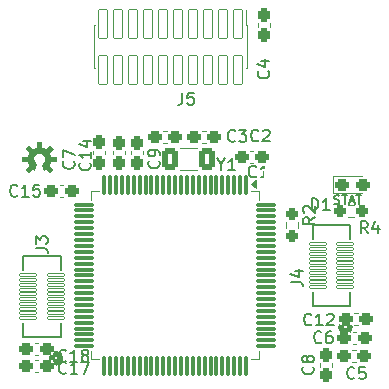
<source format=gbr>
%TF.GenerationSoftware,KiCad,Pcbnew,9.0.2*%
%TF.CreationDate,2025-07-04T12:48:37+02:00*%
%TF.ProjectId,MicroMod_Processor_Board,4d696372-6f4d-46f6-945f-50726f636573,rev?*%
%TF.SameCoordinates,Original*%
%TF.FileFunction,Legend,Top*%
%TF.FilePolarity,Positive*%
%FSLAX46Y46*%
G04 Gerber Fmt 4.6, Leading zero omitted, Abs format (unit mm)*
G04 Created by KiCad (PCBNEW 9.0.2) date 2025-07-04 12:48:37*
%MOMM*%
%LPD*%
G01*
G04 APERTURE LIST*
G04 Aperture macros list*
%AMRoundRect*
0 Rectangle with rounded corners*
0 $1 Rounding radius*
0 $2 $3 $4 $5 $6 $7 $8 $9 X,Y pos of 4 corners*
0 Add a 4 corners polygon primitive as box body*
4,1,4,$2,$3,$4,$5,$6,$7,$8,$9,$2,$3,0*
0 Add four circle primitives for the rounded corners*
1,1,$1+$1,$2,$3*
1,1,$1+$1,$4,$5*
1,1,$1+$1,$6,$7*
1,1,$1+$1,$8,$9*
0 Add four rect primitives between the rounded corners*
20,1,$1+$1,$2,$3,$4,$5,0*
20,1,$1+$1,$4,$5,$6,$7,0*
20,1,$1+$1,$6,$7,$8,$9,0*
20,1,$1+$1,$8,$9,$2,$3,0*%
G04 Aperture macros list end*
%ADD10C,0.150000*%
%ADD11C,0.000000*%
%ADD12C,0.120000*%
%ADD13C,0.152400*%
%ADD14C,0.508000*%
%ADD15RoundRect,0.262500X0.262500X-0.275000X0.262500X0.275000X-0.262500X0.275000X-0.262500X-0.275000X0*%
%ADD16RoundRect,0.262500X-0.262500X0.325000X-0.262500X-0.325000X0.262500X-0.325000X0.262500X0.325000X0*%
%ADD17RoundRect,0.262500X0.325000X0.262500X-0.325000X0.262500X-0.325000X-0.262500X0.325000X-0.262500X0*%
%ADD18RoundRect,0.262500X-0.312500X-0.262500X0.312500X-0.262500X0.312500X0.262500X-0.312500X0.262500X0*%
%ADD19RoundRect,0.262500X0.275000X0.262500X-0.275000X0.262500X-0.275000X-0.262500X0.275000X-0.262500X0*%
%ADD20RoundRect,0.262500X0.262500X-0.325000X0.262500X0.325000X-0.262500X0.325000X-0.262500X-0.325000X0*%
%ADD21RoundRect,0.262500X-0.325000X-0.262500X0.325000X-0.262500X0.325000X0.262500X-0.325000X0.262500X0*%
%ADD22RoundRect,0.269231X-0.430769X-0.655769X0.430769X-0.655769X0.430769X0.655769X-0.430769X0.655769X0*%
%ADD23RoundRect,0.100000X-0.100000X0.750000X-0.100000X-0.750000X0.100000X-0.750000X0.100000X0.750000X0*%
%ADD24RoundRect,0.100000X-0.750000X0.100000X-0.750000X-0.100000X0.750000X-0.100000X0.750000X0.100000X0*%
%ADD25RoundRect,0.101600X0.175000X0.725000X-0.175000X0.725000X-0.175000X-0.725000X0.175000X-0.725000X0*%
%ADD26C,0.657200*%
%ADD27RoundRect,0.050000X0.711200X-0.101600X0.711200X0.101600X-0.711200X0.101600X-0.711200X-0.101600X0*%
%ADD28RoundRect,0.050000X-0.370000X1.200000X-0.370000X-1.200000X0.370000X-1.200000X0.370000X1.200000X0*%
G04 APERTURE END LIST*
D10*
X155766541Y-95314700D02*
X155873684Y-95350414D01*
X155873684Y-95350414D02*
X156052255Y-95350414D01*
X156052255Y-95350414D02*
X156123684Y-95314700D01*
X156123684Y-95314700D02*
X156159398Y-95278985D01*
X156159398Y-95278985D02*
X156195112Y-95207557D01*
X156195112Y-95207557D02*
X156195112Y-95136128D01*
X156195112Y-95136128D02*
X156159398Y-95064700D01*
X156159398Y-95064700D02*
X156123684Y-95028985D01*
X156123684Y-95028985D02*
X156052255Y-94993271D01*
X156052255Y-94993271D02*
X155909398Y-94957557D01*
X155909398Y-94957557D02*
X155837969Y-94921842D01*
X155837969Y-94921842D02*
X155802255Y-94886128D01*
X155802255Y-94886128D02*
X155766541Y-94814700D01*
X155766541Y-94814700D02*
X155766541Y-94743271D01*
X155766541Y-94743271D02*
X155802255Y-94671842D01*
X155802255Y-94671842D02*
X155837969Y-94636128D01*
X155837969Y-94636128D02*
X155909398Y-94600414D01*
X155909398Y-94600414D02*
X156087969Y-94600414D01*
X156087969Y-94600414D02*
X156195112Y-94636128D01*
X156409398Y-94600414D02*
X156837970Y-94600414D01*
X156623684Y-95350414D02*
X156623684Y-94600414D01*
X157052256Y-95136128D02*
X157409399Y-95136128D01*
X156980827Y-95350414D02*
X157230827Y-94600414D01*
X157230827Y-94600414D02*
X157480827Y-95350414D01*
X157623684Y-94600414D02*
X158052256Y-94600414D01*
X157837970Y-95350414D02*
X157837970Y-94600414D01*
X154129819Y-96466666D02*
X153653628Y-96799999D01*
X154129819Y-97038094D02*
X153129819Y-97038094D01*
X153129819Y-97038094D02*
X153129819Y-96657142D01*
X153129819Y-96657142D02*
X153177438Y-96561904D01*
X153177438Y-96561904D02*
X153225057Y-96514285D01*
X153225057Y-96514285D02*
X153320295Y-96466666D01*
X153320295Y-96466666D02*
X153463152Y-96466666D01*
X153463152Y-96466666D02*
X153558390Y-96514285D01*
X153558390Y-96514285D02*
X153606009Y-96561904D01*
X153606009Y-96561904D02*
X153653628Y-96657142D01*
X153653628Y-96657142D02*
X153653628Y-97038094D01*
X153225057Y-96085713D02*
X153177438Y-96038094D01*
X153177438Y-96038094D02*
X153129819Y-95942856D01*
X153129819Y-95942856D02*
X153129819Y-95704761D01*
X153129819Y-95704761D02*
X153177438Y-95609523D01*
X153177438Y-95609523D02*
X153225057Y-95561904D01*
X153225057Y-95561904D02*
X153320295Y-95514285D01*
X153320295Y-95514285D02*
X153415533Y-95514285D01*
X153415533Y-95514285D02*
X153558390Y-95561904D01*
X153558390Y-95561904D02*
X154129819Y-96133332D01*
X154129819Y-96133332D02*
X154129819Y-95514285D01*
X150159580Y-84091666D02*
X150207200Y-84139285D01*
X150207200Y-84139285D02*
X150254819Y-84282142D01*
X150254819Y-84282142D02*
X150254819Y-84377380D01*
X150254819Y-84377380D02*
X150207200Y-84520237D01*
X150207200Y-84520237D02*
X150111961Y-84615475D01*
X150111961Y-84615475D02*
X150016723Y-84663094D01*
X150016723Y-84663094D02*
X149826247Y-84710713D01*
X149826247Y-84710713D02*
X149683390Y-84710713D01*
X149683390Y-84710713D02*
X149492914Y-84663094D01*
X149492914Y-84663094D02*
X149397676Y-84615475D01*
X149397676Y-84615475D02*
X149302438Y-84520237D01*
X149302438Y-84520237D02*
X149254819Y-84377380D01*
X149254819Y-84377380D02*
X149254819Y-84282142D01*
X149254819Y-84282142D02*
X149302438Y-84139285D01*
X149302438Y-84139285D02*
X149350057Y-84091666D01*
X149588152Y-83234523D02*
X150254819Y-83234523D01*
X149207200Y-83472618D02*
X149921485Y-83710713D01*
X149921485Y-83710713D02*
X149921485Y-83091666D01*
X133032142Y-108609580D02*
X132984523Y-108657200D01*
X132984523Y-108657200D02*
X132841666Y-108704819D01*
X132841666Y-108704819D02*
X132746428Y-108704819D01*
X132746428Y-108704819D02*
X132603571Y-108657200D01*
X132603571Y-108657200D02*
X132508333Y-108561961D01*
X132508333Y-108561961D02*
X132460714Y-108466723D01*
X132460714Y-108466723D02*
X132413095Y-108276247D01*
X132413095Y-108276247D02*
X132413095Y-108133390D01*
X132413095Y-108133390D02*
X132460714Y-107942914D01*
X132460714Y-107942914D02*
X132508333Y-107847676D01*
X132508333Y-107847676D02*
X132603571Y-107752438D01*
X132603571Y-107752438D02*
X132746428Y-107704819D01*
X132746428Y-107704819D02*
X132841666Y-107704819D01*
X132841666Y-107704819D02*
X132984523Y-107752438D01*
X132984523Y-107752438D02*
X133032142Y-107800057D01*
X133984523Y-108704819D02*
X133413095Y-108704819D01*
X133698809Y-108704819D02*
X133698809Y-107704819D01*
X133698809Y-107704819D02*
X133603571Y-107847676D01*
X133603571Y-107847676D02*
X133508333Y-107942914D01*
X133508333Y-107942914D02*
X133413095Y-107990533D01*
X134555952Y-108133390D02*
X134460714Y-108085771D01*
X134460714Y-108085771D02*
X134413095Y-108038152D01*
X134413095Y-108038152D02*
X134365476Y-107942914D01*
X134365476Y-107942914D02*
X134365476Y-107895295D01*
X134365476Y-107895295D02*
X134413095Y-107800057D01*
X134413095Y-107800057D02*
X134460714Y-107752438D01*
X134460714Y-107752438D02*
X134555952Y-107704819D01*
X134555952Y-107704819D02*
X134746428Y-107704819D01*
X134746428Y-107704819D02*
X134841666Y-107752438D01*
X134841666Y-107752438D02*
X134889285Y-107800057D01*
X134889285Y-107800057D02*
X134936904Y-107895295D01*
X134936904Y-107895295D02*
X134936904Y-107942914D01*
X134936904Y-107942914D02*
X134889285Y-108038152D01*
X134889285Y-108038152D02*
X134841666Y-108085771D01*
X134841666Y-108085771D02*
X134746428Y-108133390D01*
X134746428Y-108133390D02*
X134555952Y-108133390D01*
X134555952Y-108133390D02*
X134460714Y-108181009D01*
X134460714Y-108181009D02*
X134413095Y-108228628D01*
X134413095Y-108228628D02*
X134365476Y-108323866D01*
X134365476Y-108323866D02*
X134365476Y-108514342D01*
X134365476Y-108514342D02*
X134413095Y-108609580D01*
X134413095Y-108609580D02*
X134460714Y-108657200D01*
X134460714Y-108657200D02*
X134555952Y-108704819D01*
X134555952Y-108704819D02*
X134746428Y-108704819D01*
X134746428Y-108704819D02*
X134841666Y-108657200D01*
X134841666Y-108657200D02*
X134889285Y-108609580D01*
X134889285Y-108609580D02*
X134936904Y-108514342D01*
X134936904Y-108514342D02*
X134936904Y-108323866D01*
X134936904Y-108323866D02*
X134889285Y-108228628D01*
X134889285Y-108228628D02*
X134841666Y-108181009D01*
X134841666Y-108181009D02*
X134746428Y-108133390D01*
X153836905Y-95854819D02*
X153836905Y-94854819D01*
X153836905Y-94854819D02*
X154075000Y-94854819D01*
X154075000Y-94854819D02*
X154217857Y-94902438D01*
X154217857Y-94902438D02*
X154313095Y-94997676D01*
X154313095Y-94997676D02*
X154360714Y-95092914D01*
X154360714Y-95092914D02*
X154408333Y-95283390D01*
X154408333Y-95283390D02*
X154408333Y-95426247D01*
X154408333Y-95426247D02*
X154360714Y-95616723D01*
X154360714Y-95616723D02*
X154313095Y-95711961D01*
X154313095Y-95711961D02*
X154217857Y-95807200D01*
X154217857Y-95807200D02*
X154075000Y-95854819D01*
X154075000Y-95854819D02*
X153836905Y-95854819D01*
X155360714Y-95854819D02*
X154789286Y-95854819D01*
X155075000Y-95854819D02*
X155075000Y-94854819D01*
X155075000Y-94854819D02*
X154979762Y-94997676D01*
X154979762Y-94997676D02*
X154884524Y-95092914D01*
X154884524Y-95092914D02*
X154789286Y-95140533D01*
X158583333Y-97829819D02*
X158250000Y-97353628D01*
X158011905Y-97829819D02*
X158011905Y-96829819D01*
X158011905Y-96829819D02*
X158392857Y-96829819D01*
X158392857Y-96829819D02*
X158488095Y-96877438D01*
X158488095Y-96877438D02*
X158535714Y-96925057D01*
X158535714Y-96925057D02*
X158583333Y-97020295D01*
X158583333Y-97020295D02*
X158583333Y-97163152D01*
X158583333Y-97163152D02*
X158535714Y-97258390D01*
X158535714Y-97258390D02*
X158488095Y-97306009D01*
X158488095Y-97306009D02*
X158392857Y-97353628D01*
X158392857Y-97353628D02*
X158011905Y-97353628D01*
X159440476Y-97163152D02*
X159440476Y-97829819D01*
X159202381Y-96782200D02*
X158964286Y-97496485D01*
X158964286Y-97496485D02*
X159583333Y-97496485D01*
X153945780Y-109131566D02*
X153993400Y-109179185D01*
X153993400Y-109179185D02*
X154041019Y-109322042D01*
X154041019Y-109322042D02*
X154041019Y-109417280D01*
X154041019Y-109417280D02*
X153993400Y-109560137D01*
X153993400Y-109560137D02*
X153898161Y-109655375D01*
X153898161Y-109655375D02*
X153802923Y-109702994D01*
X153802923Y-109702994D02*
X153612447Y-109750613D01*
X153612447Y-109750613D02*
X153469590Y-109750613D01*
X153469590Y-109750613D02*
X153279114Y-109702994D01*
X153279114Y-109702994D02*
X153183876Y-109655375D01*
X153183876Y-109655375D02*
X153088638Y-109560137D01*
X153088638Y-109560137D02*
X153041019Y-109417280D01*
X153041019Y-109417280D02*
X153041019Y-109322042D01*
X153041019Y-109322042D02*
X153088638Y-109179185D01*
X153088638Y-109179185D02*
X153136257Y-109131566D01*
X153469590Y-108560137D02*
X153421971Y-108655375D01*
X153421971Y-108655375D02*
X153374352Y-108702994D01*
X153374352Y-108702994D02*
X153279114Y-108750613D01*
X153279114Y-108750613D02*
X153231495Y-108750613D01*
X153231495Y-108750613D02*
X153136257Y-108702994D01*
X153136257Y-108702994D02*
X153088638Y-108655375D01*
X153088638Y-108655375D02*
X153041019Y-108560137D01*
X153041019Y-108560137D02*
X153041019Y-108369661D01*
X153041019Y-108369661D02*
X153088638Y-108274423D01*
X153088638Y-108274423D02*
X153136257Y-108226804D01*
X153136257Y-108226804D02*
X153231495Y-108179185D01*
X153231495Y-108179185D02*
X153279114Y-108179185D01*
X153279114Y-108179185D02*
X153374352Y-108226804D01*
X153374352Y-108226804D02*
X153421971Y-108274423D01*
X153421971Y-108274423D02*
X153469590Y-108369661D01*
X153469590Y-108369661D02*
X153469590Y-108560137D01*
X153469590Y-108560137D02*
X153517209Y-108655375D01*
X153517209Y-108655375D02*
X153564828Y-108702994D01*
X153564828Y-108702994D02*
X153660066Y-108750613D01*
X153660066Y-108750613D02*
X153850542Y-108750613D01*
X153850542Y-108750613D02*
X153945780Y-108702994D01*
X153945780Y-108702994D02*
X153993400Y-108655375D01*
X153993400Y-108655375D02*
X154041019Y-108560137D01*
X154041019Y-108560137D02*
X154041019Y-108369661D01*
X154041019Y-108369661D02*
X153993400Y-108274423D01*
X153993400Y-108274423D02*
X153945780Y-108226804D01*
X153945780Y-108226804D02*
X153850542Y-108179185D01*
X153850542Y-108179185D02*
X153660066Y-108179185D01*
X153660066Y-108179185D02*
X153564828Y-108226804D01*
X153564828Y-108226804D02*
X153517209Y-108274423D01*
X153517209Y-108274423D02*
X153469590Y-108369661D01*
X128932142Y-94629580D02*
X128884523Y-94677200D01*
X128884523Y-94677200D02*
X128741666Y-94724819D01*
X128741666Y-94724819D02*
X128646428Y-94724819D01*
X128646428Y-94724819D02*
X128503571Y-94677200D01*
X128503571Y-94677200D02*
X128408333Y-94581961D01*
X128408333Y-94581961D02*
X128360714Y-94486723D01*
X128360714Y-94486723D02*
X128313095Y-94296247D01*
X128313095Y-94296247D02*
X128313095Y-94153390D01*
X128313095Y-94153390D02*
X128360714Y-93962914D01*
X128360714Y-93962914D02*
X128408333Y-93867676D01*
X128408333Y-93867676D02*
X128503571Y-93772438D01*
X128503571Y-93772438D02*
X128646428Y-93724819D01*
X128646428Y-93724819D02*
X128741666Y-93724819D01*
X128741666Y-93724819D02*
X128884523Y-93772438D01*
X128884523Y-93772438D02*
X128932142Y-93820057D01*
X129884523Y-94724819D02*
X129313095Y-94724819D01*
X129598809Y-94724819D02*
X129598809Y-93724819D01*
X129598809Y-93724819D02*
X129503571Y-93867676D01*
X129503571Y-93867676D02*
X129408333Y-93962914D01*
X129408333Y-93962914D02*
X129313095Y-94010533D01*
X130789285Y-93724819D02*
X130313095Y-93724819D01*
X130313095Y-93724819D02*
X130265476Y-94201009D01*
X130265476Y-94201009D02*
X130313095Y-94153390D01*
X130313095Y-94153390D02*
X130408333Y-94105771D01*
X130408333Y-94105771D02*
X130646428Y-94105771D01*
X130646428Y-94105771D02*
X130741666Y-94153390D01*
X130741666Y-94153390D02*
X130789285Y-94201009D01*
X130789285Y-94201009D02*
X130836904Y-94296247D01*
X130836904Y-94296247D02*
X130836904Y-94534342D01*
X130836904Y-94534342D02*
X130789285Y-94629580D01*
X130789285Y-94629580D02*
X130741666Y-94677200D01*
X130741666Y-94677200D02*
X130646428Y-94724819D01*
X130646428Y-94724819D02*
X130408333Y-94724819D01*
X130408333Y-94724819D02*
X130313095Y-94677200D01*
X130313095Y-94677200D02*
X130265476Y-94629580D01*
X153807142Y-105534580D02*
X153759523Y-105582200D01*
X153759523Y-105582200D02*
X153616666Y-105629819D01*
X153616666Y-105629819D02*
X153521428Y-105629819D01*
X153521428Y-105629819D02*
X153378571Y-105582200D01*
X153378571Y-105582200D02*
X153283333Y-105486961D01*
X153283333Y-105486961D02*
X153235714Y-105391723D01*
X153235714Y-105391723D02*
X153188095Y-105201247D01*
X153188095Y-105201247D02*
X153188095Y-105058390D01*
X153188095Y-105058390D02*
X153235714Y-104867914D01*
X153235714Y-104867914D02*
X153283333Y-104772676D01*
X153283333Y-104772676D02*
X153378571Y-104677438D01*
X153378571Y-104677438D02*
X153521428Y-104629819D01*
X153521428Y-104629819D02*
X153616666Y-104629819D01*
X153616666Y-104629819D02*
X153759523Y-104677438D01*
X153759523Y-104677438D02*
X153807142Y-104725057D01*
X154759523Y-105629819D02*
X154188095Y-105629819D01*
X154473809Y-105629819D02*
X154473809Y-104629819D01*
X154473809Y-104629819D02*
X154378571Y-104772676D01*
X154378571Y-104772676D02*
X154283333Y-104867914D01*
X154283333Y-104867914D02*
X154188095Y-104915533D01*
X155140476Y-104725057D02*
X155188095Y-104677438D01*
X155188095Y-104677438D02*
X155283333Y-104629819D01*
X155283333Y-104629819D02*
X155521428Y-104629819D01*
X155521428Y-104629819D02*
X155616666Y-104677438D01*
X155616666Y-104677438D02*
X155664285Y-104725057D01*
X155664285Y-104725057D02*
X155711904Y-104820295D01*
X155711904Y-104820295D02*
X155711904Y-104915533D01*
X155711904Y-104915533D02*
X155664285Y-105058390D01*
X155664285Y-105058390D02*
X155092857Y-105629819D01*
X155092857Y-105629819D02*
X155711904Y-105629819D01*
X133057142Y-109634580D02*
X133009523Y-109682200D01*
X133009523Y-109682200D02*
X132866666Y-109729819D01*
X132866666Y-109729819D02*
X132771428Y-109729819D01*
X132771428Y-109729819D02*
X132628571Y-109682200D01*
X132628571Y-109682200D02*
X132533333Y-109586961D01*
X132533333Y-109586961D02*
X132485714Y-109491723D01*
X132485714Y-109491723D02*
X132438095Y-109301247D01*
X132438095Y-109301247D02*
X132438095Y-109158390D01*
X132438095Y-109158390D02*
X132485714Y-108967914D01*
X132485714Y-108967914D02*
X132533333Y-108872676D01*
X132533333Y-108872676D02*
X132628571Y-108777438D01*
X132628571Y-108777438D02*
X132771428Y-108729819D01*
X132771428Y-108729819D02*
X132866666Y-108729819D01*
X132866666Y-108729819D02*
X133009523Y-108777438D01*
X133009523Y-108777438D02*
X133057142Y-108825057D01*
X134009523Y-109729819D02*
X133438095Y-109729819D01*
X133723809Y-109729819D02*
X133723809Y-108729819D01*
X133723809Y-108729819D02*
X133628571Y-108872676D01*
X133628571Y-108872676D02*
X133533333Y-108967914D01*
X133533333Y-108967914D02*
X133438095Y-109015533D01*
X134342857Y-108729819D02*
X135009523Y-108729819D01*
X135009523Y-108729819D02*
X134580952Y-109729819D01*
X146173809Y-92003628D02*
X146173809Y-92479819D01*
X145840476Y-91479819D02*
X146173809Y-92003628D01*
X146173809Y-92003628D02*
X146507142Y-91479819D01*
X147364285Y-92479819D02*
X146792857Y-92479819D01*
X147078571Y-92479819D02*
X147078571Y-91479819D01*
X147078571Y-91479819D02*
X146983333Y-91622676D01*
X146983333Y-91622676D02*
X146888095Y-91717914D01*
X146888095Y-91717914D02*
X146792857Y-91765533D01*
X157458333Y-110059580D02*
X157410714Y-110107200D01*
X157410714Y-110107200D02*
X157267857Y-110154819D01*
X157267857Y-110154819D02*
X157172619Y-110154819D01*
X157172619Y-110154819D02*
X157029762Y-110107200D01*
X157029762Y-110107200D02*
X156934524Y-110011961D01*
X156934524Y-110011961D02*
X156886905Y-109916723D01*
X156886905Y-109916723D02*
X156839286Y-109726247D01*
X156839286Y-109726247D02*
X156839286Y-109583390D01*
X156839286Y-109583390D02*
X156886905Y-109392914D01*
X156886905Y-109392914D02*
X156934524Y-109297676D01*
X156934524Y-109297676D02*
X157029762Y-109202438D01*
X157029762Y-109202438D02*
X157172619Y-109154819D01*
X157172619Y-109154819D02*
X157267857Y-109154819D01*
X157267857Y-109154819D02*
X157410714Y-109202438D01*
X157410714Y-109202438D02*
X157458333Y-109250057D01*
X158363095Y-109154819D02*
X157886905Y-109154819D01*
X157886905Y-109154819D02*
X157839286Y-109631009D01*
X157839286Y-109631009D02*
X157886905Y-109583390D01*
X157886905Y-109583390D02*
X157982143Y-109535771D01*
X157982143Y-109535771D02*
X158220238Y-109535771D01*
X158220238Y-109535771D02*
X158315476Y-109583390D01*
X158315476Y-109583390D02*
X158363095Y-109631009D01*
X158363095Y-109631009D02*
X158410714Y-109726247D01*
X158410714Y-109726247D02*
X158410714Y-109964342D01*
X158410714Y-109964342D02*
X158363095Y-110059580D01*
X158363095Y-110059580D02*
X158315476Y-110107200D01*
X158315476Y-110107200D02*
X158220238Y-110154819D01*
X158220238Y-110154819D02*
X157982143Y-110154819D01*
X157982143Y-110154819D02*
X157886905Y-110107200D01*
X157886905Y-110107200D02*
X157839286Y-110059580D01*
X149333333Y-89959580D02*
X149285714Y-90007200D01*
X149285714Y-90007200D02*
X149142857Y-90054819D01*
X149142857Y-90054819D02*
X149047619Y-90054819D01*
X149047619Y-90054819D02*
X148904762Y-90007200D01*
X148904762Y-90007200D02*
X148809524Y-89911961D01*
X148809524Y-89911961D02*
X148761905Y-89816723D01*
X148761905Y-89816723D02*
X148714286Y-89626247D01*
X148714286Y-89626247D02*
X148714286Y-89483390D01*
X148714286Y-89483390D02*
X148761905Y-89292914D01*
X148761905Y-89292914D02*
X148809524Y-89197676D01*
X148809524Y-89197676D02*
X148904762Y-89102438D01*
X148904762Y-89102438D02*
X149047619Y-89054819D01*
X149047619Y-89054819D02*
X149142857Y-89054819D01*
X149142857Y-89054819D02*
X149285714Y-89102438D01*
X149285714Y-89102438D02*
X149333333Y-89150057D01*
X149714286Y-89150057D02*
X149761905Y-89102438D01*
X149761905Y-89102438D02*
X149857143Y-89054819D01*
X149857143Y-89054819D02*
X150095238Y-89054819D01*
X150095238Y-89054819D02*
X150190476Y-89102438D01*
X150190476Y-89102438D02*
X150238095Y-89150057D01*
X150238095Y-89150057D02*
X150285714Y-89245295D01*
X150285714Y-89245295D02*
X150285714Y-89340533D01*
X150285714Y-89340533D02*
X150238095Y-89483390D01*
X150238095Y-89483390D02*
X149666667Y-90054819D01*
X149666667Y-90054819D02*
X150285714Y-90054819D01*
X147358333Y-89984580D02*
X147310714Y-90032200D01*
X147310714Y-90032200D02*
X147167857Y-90079819D01*
X147167857Y-90079819D02*
X147072619Y-90079819D01*
X147072619Y-90079819D02*
X146929762Y-90032200D01*
X146929762Y-90032200D02*
X146834524Y-89936961D01*
X146834524Y-89936961D02*
X146786905Y-89841723D01*
X146786905Y-89841723D02*
X146739286Y-89651247D01*
X146739286Y-89651247D02*
X146739286Y-89508390D01*
X146739286Y-89508390D02*
X146786905Y-89317914D01*
X146786905Y-89317914D02*
X146834524Y-89222676D01*
X146834524Y-89222676D02*
X146929762Y-89127438D01*
X146929762Y-89127438D02*
X147072619Y-89079819D01*
X147072619Y-89079819D02*
X147167857Y-89079819D01*
X147167857Y-89079819D02*
X147310714Y-89127438D01*
X147310714Y-89127438D02*
X147358333Y-89175057D01*
X147691667Y-89079819D02*
X148310714Y-89079819D01*
X148310714Y-89079819D02*
X147977381Y-89460771D01*
X147977381Y-89460771D02*
X148120238Y-89460771D01*
X148120238Y-89460771D02*
X148215476Y-89508390D01*
X148215476Y-89508390D02*
X148263095Y-89556009D01*
X148263095Y-89556009D02*
X148310714Y-89651247D01*
X148310714Y-89651247D02*
X148310714Y-89889342D01*
X148310714Y-89889342D02*
X148263095Y-89984580D01*
X148263095Y-89984580D02*
X148215476Y-90032200D01*
X148215476Y-90032200D02*
X148120238Y-90079819D01*
X148120238Y-90079819D02*
X147834524Y-90079819D01*
X147834524Y-90079819D02*
X147739286Y-90032200D01*
X147739286Y-90032200D02*
X147691667Y-89984580D01*
X154658333Y-107034580D02*
X154610714Y-107082200D01*
X154610714Y-107082200D02*
X154467857Y-107129819D01*
X154467857Y-107129819D02*
X154372619Y-107129819D01*
X154372619Y-107129819D02*
X154229762Y-107082200D01*
X154229762Y-107082200D02*
X154134524Y-106986961D01*
X154134524Y-106986961D02*
X154086905Y-106891723D01*
X154086905Y-106891723D02*
X154039286Y-106701247D01*
X154039286Y-106701247D02*
X154039286Y-106558390D01*
X154039286Y-106558390D02*
X154086905Y-106367914D01*
X154086905Y-106367914D02*
X154134524Y-106272676D01*
X154134524Y-106272676D02*
X154229762Y-106177438D01*
X154229762Y-106177438D02*
X154372619Y-106129819D01*
X154372619Y-106129819D02*
X154467857Y-106129819D01*
X154467857Y-106129819D02*
X154610714Y-106177438D01*
X154610714Y-106177438D02*
X154658333Y-106225057D01*
X155515476Y-106129819D02*
X155325000Y-106129819D01*
X155325000Y-106129819D02*
X155229762Y-106177438D01*
X155229762Y-106177438D02*
X155182143Y-106225057D01*
X155182143Y-106225057D02*
X155086905Y-106367914D01*
X155086905Y-106367914D02*
X155039286Y-106558390D01*
X155039286Y-106558390D02*
X155039286Y-106939342D01*
X155039286Y-106939342D02*
X155086905Y-107034580D01*
X155086905Y-107034580D02*
X155134524Y-107082200D01*
X155134524Y-107082200D02*
X155229762Y-107129819D01*
X155229762Y-107129819D02*
X155420238Y-107129819D01*
X155420238Y-107129819D02*
X155515476Y-107082200D01*
X155515476Y-107082200D02*
X155563095Y-107034580D01*
X155563095Y-107034580D02*
X155610714Y-106939342D01*
X155610714Y-106939342D02*
X155610714Y-106701247D01*
X155610714Y-106701247D02*
X155563095Y-106606009D01*
X155563095Y-106606009D02*
X155515476Y-106558390D01*
X155515476Y-106558390D02*
X155420238Y-106510771D01*
X155420238Y-106510771D02*
X155229762Y-106510771D01*
X155229762Y-106510771D02*
X155134524Y-106558390D01*
X155134524Y-106558390D02*
X155086905Y-106606009D01*
X155086905Y-106606009D02*
X155039286Y-106701247D01*
X152084819Y-101943333D02*
X152799104Y-101943333D01*
X152799104Y-101943333D02*
X152941961Y-101990952D01*
X152941961Y-101990952D02*
X153037200Y-102086190D01*
X153037200Y-102086190D02*
X153084819Y-102229047D01*
X153084819Y-102229047D02*
X153084819Y-102324285D01*
X152418152Y-101038571D02*
X153084819Y-101038571D01*
X152037200Y-101276666D02*
X152751485Y-101514761D01*
X152751485Y-101514761D02*
X152751485Y-100895714D01*
X140884580Y-91693666D02*
X140932200Y-91741285D01*
X140932200Y-91741285D02*
X140979819Y-91884142D01*
X140979819Y-91884142D02*
X140979819Y-91979380D01*
X140979819Y-91979380D02*
X140932200Y-92122237D01*
X140932200Y-92122237D02*
X140836961Y-92217475D01*
X140836961Y-92217475D02*
X140741723Y-92265094D01*
X140741723Y-92265094D02*
X140551247Y-92312713D01*
X140551247Y-92312713D02*
X140408390Y-92312713D01*
X140408390Y-92312713D02*
X140217914Y-92265094D01*
X140217914Y-92265094D02*
X140122676Y-92217475D01*
X140122676Y-92217475D02*
X140027438Y-92122237D01*
X140027438Y-92122237D02*
X139979819Y-91979380D01*
X139979819Y-91979380D02*
X139979819Y-91884142D01*
X139979819Y-91884142D02*
X140027438Y-91741285D01*
X140027438Y-91741285D02*
X140075057Y-91693666D01*
X140979819Y-91217475D02*
X140979819Y-91026999D01*
X140979819Y-91026999D02*
X140932200Y-90931761D01*
X140932200Y-90931761D02*
X140884580Y-90884142D01*
X140884580Y-90884142D02*
X140741723Y-90788904D01*
X140741723Y-90788904D02*
X140551247Y-90741285D01*
X140551247Y-90741285D02*
X140170295Y-90741285D01*
X140170295Y-90741285D02*
X140075057Y-90788904D01*
X140075057Y-90788904D02*
X140027438Y-90836523D01*
X140027438Y-90836523D02*
X139979819Y-90931761D01*
X139979819Y-90931761D02*
X139979819Y-91122237D01*
X139979819Y-91122237D02*
X140027438Y-91217475D01*
X140027438Y-91217475D02*
X140075057Y-91265094D01*
X140075057Y-91265094D02*
X140170295Y-91312713D01*
X140170295Y-91312713D02*
X140408390Y-91312713D01*
X140408390Y-91312713D02*
X140503628Y-91265094D01*
X140503628Y-91265094D02*
X140551247Y-91217475D01*
X140551247Y-91217475D02*
X140598866Y-91122237D01*
X140598866Y-91122237D02*
X140598866Y-90931761D01*
X140598866Y-90931761D02*
X140551247Y-90836523D01*
X140551247Y-90836523D02*
X140503628Y-90788904D01*
X140503628Y-90788904D02*
X140408390Y-90741285D01*
X133684580Y-91741666D02*
X133732200Y-91789285D01*
X133732200Y-91789285D02*
X133779819Y-91932142D01*
X133779819Y-91932142D02*
X133779819Y-92027380D01*
X133779819Y-92027380D02*
X133732200Y-92170237D01*
X133732200Y-92170237D02*
X133636961Y-92265475D01*
X133636961Y-92265475D02*
X133541723Y-92313094D01*
X133541723Y-92313094D02*
X133351247Y-92360713D01*
X133351247Y-92360713D02*
X133208390Y-92360713D01*
X133208390Y-92360713D02*
X133017914Y-92313094D01*
X133017914Y-92313094D02*
X132922676Y-92265475D01*
X132922676Y-92265475D02*
X132827438Y-92170237D01*
X132827438Y-92170237D02*
X132779819Y-92027380D01*
X132779819Y-92027380D02*
X132779819Y-91932142D01*
X132779819Y-91932142D02*
X132827438Y-91789285D01*
X132827438Y-91789285D02*
X132875057Y-91741666D01*
X132779819Y-91408332D02*
X132779819Y-90741666D01*
X132779819Y-90741666D02*
X133779819Y-91170237D01*
X135059580Y-91867857D02*
X135107200Y-91915476D01*
X135107200Y-91915476D02*
X135154819Y-92058333D01*
X135154819Y-92058333D02*
X135154819Y-92153571D01*
X135154819Y-92153571D02*
X135107200Y-92296428D01*
X135107200Y-92296428D02*
X135011961Y-92391666D01*
X135011961Y-92391666D02*
X134916723Y-92439285D01*
X134916723Y-92439285D02*
X134726247Y-92486904D01*
X134726247Y-92486904D02*
X134583390Y-92486904D01*
X134583390Y-92486904D02*
X134392914Y-92439285D01*
X134392914Y-92439285D02*
X134297676Y-92391666D01*
X134297676Y-92391666D02*
X134202438Y-92296428D01*
X134202438Y-92296428D02*
X134154819Y-92153571D01*
X134154819Y-92153571D02*
X134154819Y-92058333D01*
X134154819Y-92058333D02*
X134202438Y-91915476D01*
X134202438Y-91915476D02*
X134250057Y-91867857D01*
X135154819Y-90915476D02*
X135154819Y-91486904D01*
X135154819Y-91201190D02*
X134154819Y-91201190D01*
X134154819Y-91201190D02*
X134297676Y-91296428D01*
X134297676Y-91296428D02*
X134392914Y-91391666D01*
X134392914Y-91391666D02*
X134440533Y-91486904D01*
X134488152Y-90058333D02*
X135154819Y-90058333D01*
X134107200Y-90296428D02*
X134821485Y-90534523D01*
X134821485Y-90534523D02*
X134821485Y-89915476D01*
X130479820Y-99093333D02*
X131194105Y-99093333D01*
X131194105Y-99093333D02*
X131336962Y-99140952D01*
X131336962Y-99140952D02*
X131432201Y-99236190D01*
X131432201Y-99236190D02*
X131479820Y-99379047D01*
X131479820Y-99379047D02*
X131479820Y-99474285D01*
X130479820Y-98712380D02*
X130479820Y-98093333D01*
X130479820Y-98093333D02*
X130860772Y-98426666D01*
X130860772Y-98426666D02*
X130860772Y-98283809D01*
X130860772Y-98283809D02*
X130908391Y-98188571D01*
X130908391Y-98188571D02*
X130956010Y-98140952D01*
X130956010Y-98140952D02*
X131051248Y-98093333D01*
X131051248Y-98093333D02*
X131289343Y-98093333D01*
X131289343Y-98093333D02*
X131384581Y-98140952D01*
X131384581Y-98140952D02*
X131432201Y-98188571D01*
X131432201Y-98188571D02*
X131479820Y-98283809D01*
X131479820Y-98283809D02*
X131479820Y-98569523D01*
X131479820Y-98569523D02*
X131432201Y-98664761D01*
X131432201Y-98664761D02*
X131384581Y-98712380D01*
X149133333Y-93009580D02*
X149085714Y-93057200D01*
X149085714Y-93057200D02*
X148942857Y-93104819D01*
X148942857Y-93104819D02*
X148847619Y-93104819D01*
X148847619Y-93104819D02*
X148704762Y-93057200D01*
X148704762Y-93057200D02*
X148609524Y-92961961D01*
X148609524Y-92961961D02*
X148561905Y-92866723D01*
X148561905Y-92866723D02*
X148514286Y-92676247D01*
X148514286Y-92676247D02*
X148514286Y-92533390D01*
X148514286Y-92533390D02*
X148561905Y-92342914D01*
X148561905Y-92342914D02*
X148609524Y-92247676D01*
X148609524Y-92247676D02*
X148704762Y-92152438D01*
X148704762Y-92152438D02*
X148847619Y-92104819D01*
X148847619Y-92104819D02*
X148942857Y-92104819D01*
X148942857Y-92104819D02*
X149085714Y-92152438D01*
X149085714Y-92152438D02*
X149133333Y-92200057D01*
X150085714Y-93104819D02*
X149514286Y-93104819D01*
X149800000Y-93104819D02*
X149800000Y-92104819D01*
X149800000Y-92104819D02*
X149704762Y-92247676D01*
X149704762Y-92247676D02*
X149609524Y-92342914D01*
X149609524Y-92342914D02*
X149514286Y-92390533D01*
X142891666Y-85929819D02*
X142891666Y-86644104D01*
X142891666Y-86644104D02*
X142844047Y-86786961D01*
X142844047Y-86786961D02*
X142748809Y-86882200D01*
X142748809Y-86882200D02*
X142605952Y-86929819D01*
X142605952Y-86929819D02*
X142510714Y-86929819D01*
X143844047Y-85929819D02*
X143367857Y-85929819D01*
X143367857Y-85929819D02*
X143320238Y-86406009D01*
X143320238Y-86406009D02*
X143367857Y-86358390D01*
X143367857Y-86358390D02*
X143463095Y-86310771D01*
X143463095Y-86310771D02*
X143701190Y-86310771D01*
X143701190Y-86310771D02*
X143796428Y-86358390D01*
X143796428Y-86358390D02*
X143844047Y-86406009D01*
X143844047Y-86406009D02*
X143891666Y-86501247D01*
X143891666Y-86501247D02*
X143891666Y-86739342D01*
X143891666Y-86739342D02*
X143844047Y-86834580D01*
X143844047Y-86834580D02*
X143796428Y-86882200D01*
X143796428Y-86882200D02*
X143701190Y-86929819D01*
X143701190Y-86929819D02*
X143463095Y-86929819D01*
X143463095Y-86929819D02*
X143367857Y-86882200D01*
X143367857Y-86882200D02*
X143320238Y-86834580D01*
D11*
%TO.C,LOGO3*%
G36*
X131032000Y-90573500D02*
G01*
X131194664Y-90625583D01*
X131346500Y-90703800D01*
X131723500Y-90396400D01*
X131982000Y-90654900D01*
X131674600Y-91031900D01*
X131804900Y-91346400D01*
X132288800Y-91395600D01*
X132288800Y-91761200D01*
X131804900Y-91810400D01*
X131674600Y-92124900D01*
X131982000Y-92501900D01*
X131723500Y-92760400D01*
X131346500Y-92453000D01*
X131194700Y-92531200D01*
X130979400Y-92011500D01*
X131102405Y-91936559D01*
X131196846Y-91827806D01*
X131253806Y-91695511D01*
X131267906Y-91552166D01*
X131237814Y-91411309D01*
X131166372Y-91286239D01*
X131060326Y-91188767D01*
X130929691Y-91128098D01*
X130786801Y-91109961D01*
X130645151Y-91136067D01*
X130518115Y-91203953D01*
X130417691Y-91307207D01*
X130353361Y-91436079D01*
X130331200Y-91578400D01*
X130468500Y-91909893D01*
X130620601Y-92011500D01*
X130620600Y-92011500D01*
X130405300Y-92531200D01*
X130327779Y-92495247D01*
X130253500Y-92453000D01*
X129876500Y-92760400D01*
X129618000Y-92501900D01*
X129925400Y-92124900D01*
X129795100Y-91810400D01*
X129311200Y-91761200D01*
X129311200Y-91395600D01*
X129795100Y-91346400D01*
X129925400Y-91031900D01*
X129618000Y-90654900D01*
X129876500Y-90396400D01*
X130253500Y-90703800D01*
X130568000Y-90573500D01*
X130617200Y-90089600D01*
X130982800Y-90089600D01*
X131032000Y-90573500D01*
G37*
D12*
%TO.C,R2*%
X151677500Y-97367224D02*
X151677500Y-96857776D01*
X152722500Y-97367224D02*
X152722500Y-96857776D01*
%TO.C,C4*%
X149270000Y-80056233D02*
X149270000Y-80348767D01*
X150290000Y-80056233D02*
X150290000Y-80348767D01*
%TO.C,C18*%
X130683767Y-107090000D02*
X130391233Y-107090000D01*
X130683767Y-108110000D02*
X130391233Y-108110000D01*
%TO.C,D1*%
X155615000Y-92990000D02*
X155615000Y-94460000D01*
X155615000Y-94460000D02*
X158075000Y-94460000D01*
X158075000Y-92990000D02*
X155615000Y-92990000D01*
%TO.C,R4*%
X157417224Y-95427500D02*
X156907776Y-95427500D01*
X157417224Y-96472500D02*
X156907776Y-96472500D01*
%TO.C,C8*%
X154506200Y-109111167D02*
X154506200Y-108818633D01*
X155526200Y-109111167D02*
X155526200Y-108818633D01*
%TO.C,C15*%
X132516233Y-93740000D02*
X132808767Y-93740000D01*
X132516233Y-94760000D02*
X132808767Y-94760000D01*
%TO.C,C12*%
X157753767Y-104610000D02*
X157461233Y-104610000D01*
X157753767Y-105630000D02*
X157461233Y-105630000D01*
%TO.C,C17*%
X130391233Y-108590000D02*
X130683767Y-108590000D01*
X130391233Y-109610000D02*
X130683767Y-109610000D01*
%TO.C,Y1*%
X142697936Y-90615000D02*
X144152064Y-90615000D01*
X142697936Y-92435000D02*
X144152064Y-92435000D01*
%TO.C,C5*%
X157291233Y-107710000D02*
X157583767Y-107710000D01*
X157291233Y-108730000D02*
X157583767Y-108730000D01*
%TO.C,U1*%
X135165000Y-94290000D02*
X135865000Y-94290000D01*
X135165000Y-94990000D02*
X135165000Y-94290000D01*
X135165000Y-107810000D02*
X135165000Y-108510000D01*
X135165000Y-108510000D02*
X135865000Y-108510000D01*
X149385000Y-94290000D02*
X148685000Y-94290000D01*
X149385000Y-94990000D02*
X149385000Y-94290000D01*
X149385000Y-107810000D02*
X149385000Y-108510000D01*
X149385000Y-108510000D02*
X148685000Y-108510000D01*
X149155000Y-94002500D02*
X148685000Y-93662500D01*
X149155000Y-93322500D01*
X149155000Y-94002500D01*
G36*
X149155000Y-94002500D02*
G01*
X148685000Y-93662500D01*
X149155000Y-93322500D01*
X149155000Y-94002500D01*
G37*
%TO.C,C2*%
X144566233Y-89140000D02*
X144858767Y-89140000D01*
X144566233Y-90160000D02*
X144858767Y-90160000D01*
%TO.C,C3*%
X141558767Y-89140000D02*
X141266233Y-89140000D01*
X141558767Y-90160000D02*
X141266233Y-90160000D01*
%TO.C,C6*%
X157309433Y-106195400D02*
X157601967Y-106195400D01*
X157309433Y-107215400D02*
X157601967Y-107215400D01*
D13*
%TO.C,J4*%
X153924799Y-97150999D02*
X153924799Y-98345660D01*
X153924799Y-102814338D02*
X153924799Y-104008999D01*
X153924799Y-104008999D02*
X157125199Y-104008999D01*
X157125199Y-97150999D02*
X153924799Y-97150999D01*
X157125199Y-98345660D02*
X157125199Y-97150999D01*
X157125199Y-104008999D02*
X157125199Y-102814338D01*
D14*
X157080999Y-105786999D02*
G75*
G02*
X156318999Y-105786999I-381000J0D01*
G01*
X156318999Y-105786999D02*
G75*
G02*
X157080999Y-105786999I381000J0D01*
G01*
D12*
%TO.C,C9*%
X138529600Y-91158767D02*
X138529600Y-90866233D01*
X139549600Y-91158767D02*
X139549600Y-90866233D01*
%TO.C,C7*%
X135354600Y-90837633D02*
X135354600Y-91130167D01*
X136374600Y-90837633D02*
X136374600Y-91130167D01*
%TO.C,C14*%
X137031000Y-90863033D02*
X137031000Y-91155567D01*
X138051000Y-90863033D02*
X138051000Y-91155567D01*
D13*
%TO.C,J3*%
X129424801Y-99771001D02*
X129424801Y-100965662D01*
X129424801Y-105434340D02*
X129424801Y-106629001D01*
X129424801Y-106629001D02*
X132625201Y-106629001D01*
X132625201Y-99771001D02*
X129424801Y-99771001D01*
X132625201Y-100965662D02*
X132625201Y-99771001D01*
X132625201Y-106629001D02*
X132625201Y-105434340D01*
D14*
X132581001Y-108407001D02*
G75*
G02*
X131819001Y-108407001I-381000J0D01*
G01*
X131819001Y-108407001D02*
G75*
G02*
X132581001Y-108407001I381000J0D01*
G01*
D12*
%TO.C,C1*%
X148616233Y-90840000D02*
X148908767Y-90840000D01*
X148616233Y-91860000D02*
X148908767Y-91860000D01*
%TO.C,J5*%
X135425000Y-80205000D02*
X135425000Y-83835000D01*
X135490000Y-80205000D02*
X135425000Y-80205000D01*
X135490000Y-83835000D02*
X135425000Y-83835000D01*
X148280000Y-78930000D02*
X148280000Y-80205000D01*
X148345000Y-80205000D02*
X148280000Y-80205000D01*
X148345000Y-80205000D02*
X148345000Y-83835000D01*
X148345000Y-83835000D02*
X148280000Y-83835000D01*
%TD*%
%LPC*%
D11*
%TO.C,J1*%
G36*
X150774186Y-92678884D02*
G01*
X150853138Y-92973535D01*
X150982056Y-93250000D01*
X151157022Y-93499878D01*
X151372722Y-93715578D01*
X151622600Y-93890544D01*
X151899065Y-94019462D01*
X152193716Y-94098414D01*
X152497600Y-94125000D01*
X152801484Y-94098414D01*
X153096135Y-94019462D01*
X153372600Y-93890544D01*
X153622478Y-93715578D01*
X153838178Y-93499878D01*
X154013144Y-93250000D01*
X154142062Y-92973535D01*
X154247600Y-92375000D01*
X155247600Y-92375000D01*
X155224073Y-92733947D01*
X155153896Y-93086752D01*
X155038269Y-93427379D01*
X154879170Y-93750000D01*
X154679322Y-94049094D01*
X154442144Y-94319544D01*
X154171694Y-94556722D01*
X153872600Y-94756570D01*
X153549979Y-94915669D01*
X153209352Y-95031296D01*
X152497600Y-95125000D01*
X152138653Y-95101473D01*
X151785848Y-95031296D01*
X151445221Y-94915669D01*
X151122600Y-94756570D01*
X150823506Y-94556722D01*
X150553056Y-94319544D01*
X150315878Y-94049094D01*
X150116030Y-93750000D01*
X149956931Y-93427379D01*
X149841304Y-93086752D01*
X149771127Y-92733947D01*
X149747600Y-92375000D01*
X150747600Y-92375000D01*
X150774186Y-92678884D01*
G37*
%TD*%
D15*
%TO.C,R2*%
X152200000Y-98025000D03*
X152200000Y-96200000D03*
%TD*%
D16*
%TO.C,C4*%
X149780000Y-79340000D03*
X149780000Y-81065000D03*
%TD*%
D17*
%TO.C,C18*%
X131400000Y-107600000D03*
X129675000Y-107600000D03*
%TD*%
D18*
%TO.C,D1*%
X156400000Y-93725000D03*
X158150000Y-93725000D03*
%TD*%
D19*
%TO.C,R4*%
X158075000Y-95950000D03*
X156250000Y-95950000D03*
%TD*%
D20*
%TO.C,C8*%
X155016200Y-109827400D03*
X155016200Y-108102400D03*
%TD*%
D21*
%TO.C,C15*%
X131800000Y-94250000D03*
X133525000Y-94250000D03*
%TD*%
D17*
%TO.C,C12*%
X158470000Y-105120000D03*
X156745000Y-105120000D03*
%TD*%
D21*
%TO.C,C17*%
X129675000Y-109100000D03*
X131400000Y-109100000D03*
%TD*%
D22*
%TO.C,Y1*%
X141875000Y-91525000D03*
X144975000Y-91525000D03*
%TD*%
D21*
%TO.C,C5*%
X156575000Y-108220000D03*
X158300000Y-108220000D03*
%TD*%
D23*
%TO.C,U1*%
X148275000Y-93725000D03*
X147775000Y-93725000D03*
X147275000Y-93725000D03*
X146775000Y-93725000D03*
X146275000Y-93725000D03*
X145775000Y-93725000D03*
X145275000Y-93725000D03*
X144775000Y-93725000D03*
X144275000Y-93725000D03*
X143775000Y-93725000D03*
X143275000Y-93725000D03*
X142775000Y-93725000D03*
X142275000Y-93725000D03*
X141775000Y-93725000D03*
X141275000Y-93725000D03*
X140775000Y-93725000D03*
X140275000Y-93725000D03*
X139775000Y-93725000D03*
X139275000Y-93725000D03*
X138775000Y-93725000D03*
X138275000Y-93725000D03*
X137775000Y-93725000D03*
X137275000Y-93725000D03*
X136775000Y-93725000D03*
X136275000Y-93725000D03*
D24*
X134600000Y-95400000D03*
X134600000Y-95900000D03*
X134600000Y-96400000D03*
X134600000Y-96900000D03*
X134600000Y-97400000D03*
X134600000Y-97900000D03*
X134600000Y-98400000D03*
X134600000Y-98900000D03*
X134600000Y-99400000D03*
X134600000Y-99900000D03*
X134600000Y-100400000D03*
X134600000Y-100900000D03*
X134600000Y-101400000D03*
X134600000Y-101900000D03*
X134600000Y-102400000D03*
X134600000Y-102900000D03*
X134600000Y-103400000D03*
X134600000Y-103900000D03*
X134600000Y-104400000D03*
X134600000Y-104900000D03*
X134600000Y-105400000D03*
X134600000Y-105900000D03*
X134600000Y-106400000D03*
X134600000Y-106900000D03*
X134600000Y-107400000D03*
D23*
X136275000Y-109075000D03*
X136775000Y-109075000D03*
X137275000Y-109075000D03*
X137775000Y-109075000D03*
X138275000Y-109075000D03*
X138775000Y-109075000D03*
X139275000Y-109075000D03*
X139775000Y-109075000D03*
X140275000Y-109075000D03*
X140775000Y-109075000D03*
X141275000Y-109075000D03*
X141775000Y-109075000D03*
X142275000Y-109075000D03*
X142775000Y-109075000D03*
X143275000Y-109075000D03*
X143775000Y-109075000D03*
X144275000Y-109075000D03*
X144775000Y-109075000D03*
X145275000Y-109075000D03*
X145775000Y-109075000D03*
X146275000Y-109075000D03*
X146775000Y-109075000D03*
X147275000Y-109075000D03*
X147775000Y-109075000D03*
X148275000Y-109075000D03*
D24*
X149950000Y-107400000D03*
X149950000Y-106900000D03*
X149950000Y-106400000D03*
X149950000Y-105900000D03*
X149950000Y-105400000D03*
X149950000Y-104900000D03*
X149950000Y-104400000D03*
X149950000Y-103900000D03*
X149950000Y-103400000D03*
X149950000Y-102900000D03*
X149950000Y-102400000D03*
X149950000Y-101900000D03*
X149950000Y-101400000D03*
X149950000Y-100900000D03*
X149950000Y-100400000D03*
X149950000Y-99900000D03*
X149950000Y-99400000D03*
X149950000Y-98900000D03*
X149950000Y-98400000D03*
X149950000Y-97900000D03*
X149950000Y-97400000D03*
X149950000Y-96900000D03*
X149950000Y-96400000D03*
X149950000Y-95900000D03*
X149950000Y-95400000D03*
%TD*%
D21*
%TO.C,C2*%
X143850000Y-89650000D03*
X145575000Y-89650000D03*
%TD*%
D25*
%TO.C,J1*%
X157747600Y-113100000D03*
X157247600Y-113100000D03*
X156747600Y-113100000D03*
X156247600Y-113100000D03*
X155747600Y-113100000D03*
X155247600Y-113100000D03*
X154747600Y-113100000D03*
X154247600Y-113100000D03*
X153747600Y-113100000D03*
X153247600Y-113100000D03*
X152747600Y-113100000D03*
X152247600Y-113100000D03*
X149747600Y-113100000D03*
X149247600Y-113100000D03*
X148747600Y-113100000D03*
X148247600Y-113100000D03*
X147747600Y-113100000D03*
X147247600Y-113100000D03*
X146747600Y-113100000D03*
X146247600Y-113100000D03*
X145747600Y-113100000D03*
X145247600Y-113100000D03*
X144747600Y-113100000D03*
X144247600Y-113100000D03*
X143747600Y-113100000D03*
X143247600Y-113100000D03*
X142747600Y-113100000D03*
X142247600Y-113100000D03*
X141747600Y-113100000D03*
X141247600Y-113100000D03*
X140747600Y-113100000D03*
X140247600Y-113100000D03*
X139747600Y-113100000D03*
X139247600Y-113100000D03*
D26*
X150397600Y-93375000D03*
X152497600Y-94675000D03*
X154597600Y-93375000D03*
%TD*%
D17*
%TO.C,C3*%
X142275000Y-89650000D03*
X140550000Y-89650000D03*
%TD*%
D21*
%TO.C,C6*%
X156593200Y-106705400D03*
X158318200Y-106705400D03*
%TD*%
D27*
%TO.C,J4*%
X156699998Y-102379998D03*
X156699998Y-101979999D03*
X156699998Y-101580000D03*
X156699998Y-101179998D03*
X156699998Y-100779999D03*
X156699998Y-100379999D03*
X156699998Y-99980000D03*
X156699998Y-99579998D03*
X156699998Y-99179999D03*
X156699998Y-98780000D03*
X154350000Y-102379998D03*
X154350000Y-101979999D03*
X154350000Y-101580000D03*
X154350000Y-101179998D03*
X154350000Y-100779999D03*
X154350000Y-100379999D03*
X154350000Y-99980000D03*
X154350000Y-99579998D03*
X154350000Y-99179999D03*
X154350000Y-98780000D03*
%TD*%
D20*
%TO.C,C9*%
X139039600Y-91875000D03*
X139039600Y-90150000D03*
%TD*%
D16*
%TO.C,C7*%
X135864600Y-90121400D03*
X135864600Y-91846400D03*
%TD*%
%TO.C,C14*%
X137541000Y-90146800D03*
X137541000Y-91871800D03*
%TD*%
D27*
%TO.C,J3*%
X132200000Y-105000000D03*
X132200000Y-104600001D03*
X132200000Y-104200002D03*
X132200000Y-103800000D03*
X132200000Y-103400001D03*
X132200000Y-103000001D03*
X132200000Y-102600002D03*
X132200000Y-102200000D03*
X132200000Y-101800001D03*
X132200000Y-101400002D03*
X129850002Y-105000000D03*
X129850002Y-104600001D03*
X129850002Y-104200002D03*
X129850002Y-103800000D03*
X129850002Y-103400001D03*
X129850002Y-103000001D03*
X129850002Y-102600002D03*
X129850002Y-102200000D03*
X129850002Y-101800001D03*
X129850002Y-101400002D03*
%TD*%
D21*
%TO.C,C1*%
X147900000Y-91350000D03*
X149625000Y-91350000D03*
%TD*%
D28*
%TO.C,J5*%
X147600000Y-80070000D03*
X147600000Y-83970000D03*
X146330000Y-80070000D03*
X146330000Y-83970000D03*
X145060000Y-80070000D03*
X145060000Y-83970000D03*
X143790000Y-80070000D03*
X143790000Y-83970000D03*
X142520000Y-80070000D03*
X142520000Y-83970000D03*
X141250000Y-80070000D03*
X141250000Y-83970000D03*
X139980000Y-80070000D03*
X139980000Y-83970000D03*
X138710000Y-80070000D03*
X138710000Y-83970000D03*
X137440000Y-80070000D03*
X137440000Y-83970000D03*
X136170000Y-80070000D03*
X136170000Y-83970000D03*
%TD*%
%LPD*%
M02*

</source>
